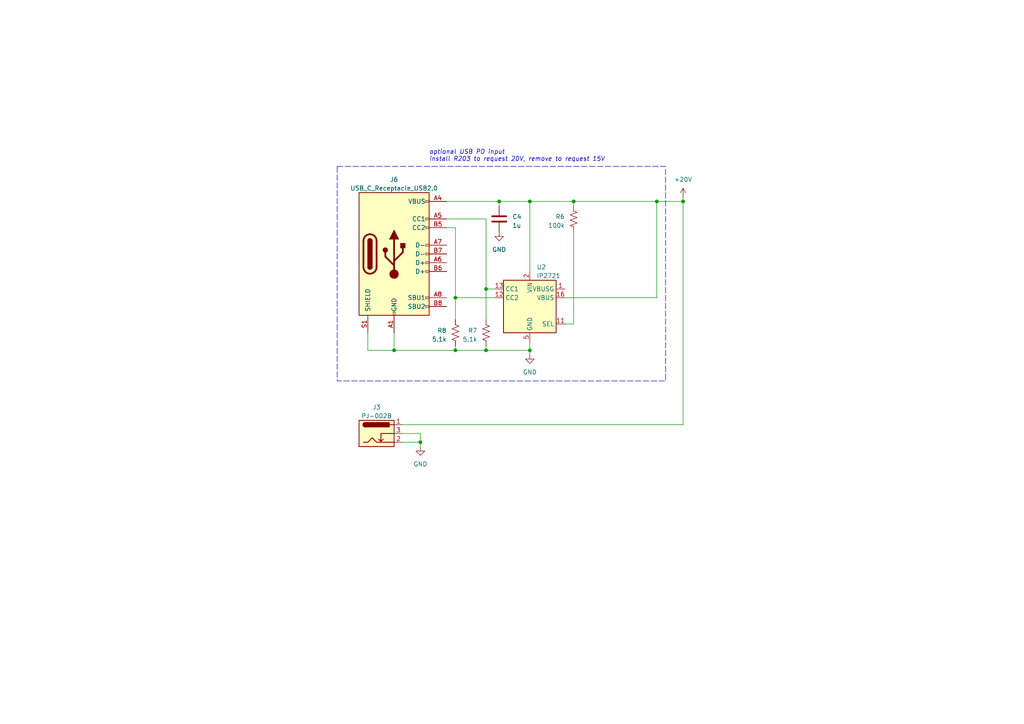
<source format=kicad_sch>
(kicad_sch
	(version 20231120)
	(generator "eeschema")
	(generator_version "8.0")
	(uuid "62756053-8f92-41aa-9a46-2fc6947760b2")
	(paper "A4")
	(lib_symbols
		(symbol "Connector:Barrel_Jack_Switch"
			(pin_names hide)
			(exclude_from_sim no)
			(in_bom yes)
			(on_board yes)
			(property "Reference" "J"
				(at 0 5.334 0)
				(effects
					(font
						(size 1.27 1.27)
					)
				)
			)
			(property "Value" "Barrel_Jack_Switch"
				(at 0 -5.08 0)
				(effects
					(font
						(size 1.27 1.27)
					)
				)
			)
			(property "Footprint" ""
				(at 1.27 -1.016 0)
				(effects
					(font
						(size 1.27 1.27)
					)
					(hide yes)
				)
			)
			(property "Datasheet" "~"
				(at 1.27 -1.016 0)
				(effects
					(font
						(size 1.27 1.27)
					)
					(hide yes)
				)
			)
			(property "Description" "DC Barrel Jack with an internal switch"
				(at 0 0 0)
				(effects
					(font
						(size 1.27 1.27)
					)
					(hide yes)
				)
			)
			(property "ki_keywords" "DC power barrel jack connector"
				(at 0 0 0)
				(effects
					(font
						(size 1.27 1.27)
					)
					(hide yes)
				)
			)
			(property "ki_fp_filters" "BarrelJack*"
				(at 0 0 0)
				(effects
					(font
						(size 1.27 1.27)
					)
					(hide yes)
				)
			)
			(symbol "Barrel_Jack_Switch_0_1"
				(rectangle
					(start -5.08 3.81)
					(end 5.08 -3.81)
					(stroke
						(width 0.254)
						(type default)
					)
					(fill
						(type background)
					)
				)
				(arc
					(start -3.302 3.175)
					(mid -3.9343 2.54)
					(end -3.302 1.905)
					(stroke
						(width 0.254)
						(type default)
					)
					(fill
						(type none)
					)
				)
				(arc
					(start -3.302 3.175)
					(mid -3.9343 2.54)
					(end -3.302 1.905)
					(stroke
						(width 0.254)
						(type default)
					)
					(fill
						(type outline)
					)
				)
				(polyline
					(pts
						(xy 1.27 -2.286) (xy 1.905 -1.651)
					)
					(stroke
						(width 0.254)
						(type default)
					)
					(fill
						(type none)
					)
				)
				(polyline
					(pts
						(xy 5.08 2.54) (xy 3.81 2.54)
					)
					(stroke
						(width 0.254)
						(type default)
					)
					(fill
						(type none)
					)
				)
				(polyline
					(pts
						(xy 5.08 0) (xy 1.27 0) (xy 1.27 -2.286) (xy 0.635 -1.651)
					)
					(stroke
						(width 0.254)
						(type default)
					)
					(fill
						(type none)
					)
				)
				(polyline
					(pts
						(xy -3.81 -2.54) (xy -2.54 -2.54) (xy -1.27 -1.27) (xy 0 -2.54) (xy 2.54 -2.54) (xy 5.08 -2.54)
					)
					(stroke
						(width 0.254)
						(type default)
					)
					(fill
						(type none)
					)
				)
				(rectangle
					(start 3.683 3.175)
					(end -3.302 1.905)
					(stroke
						(width 0.254)
						(type default)
					)
					(fill
						(type outline)
					)
				)
			)
			(symbol "Barrel_Jack_Switch_1_1"
				(pin passive line
					(at 7.62 2.54 180)
					(length 2.54)
					(name "~"
						(effects
							(font
								(size 1.27 1.27)
							)
						)
					)
					(number "1"
						(effects
							(font
								(size 1.27 1.27)
							)
						)
					)
				)
				(pin passive line
					(at 7.62 -2.54 180)
					(length 2.54)
					(name "~"
						(effects
							(font
								(size 1.27 1.27)
							)
						)
					)
					(number "2"
						(effects
							(font
								(size 1.27 1.27)
							)
						)
					)
				)
				(pin passive line
					(at 7.62 0 180)
					(length 2.54)
					(name "~"
						(effects
							(font
								(size 1.27 1.27)
							)
						)
					)
					(number "3"
						(effects
							(font
								(size 1.27 1.27)
							)
						)
					)
				)
			)
		)
		(symbol "Connector:USB_C_Receptacle_USB2.0"
			(pin_names
				(offset 1.016)
			)
			(exclude_from_sim no)
			(in_bom yes)
			(on_board yes)
			(property "Reference" "J"
				(at -10.16 19.05 0)
				(effects
					(font
						(size 1.27 1.27)
					)
					(justify left)
				)
			)
			(property "Value" "USB_C_Receptacle_USB2.0"
				(at 19.05 19.05 0)
				(effects
					(font
						(size 1.27 1.27)
					)
					(justify right)
				)
			)
			(property "Footprint" ""
				(at 3.81 0 0)
				(effects
					(font
						(size 1.27 1.27)
					)
					(hide yes)
				)
			)
			(property "Datasheet" "https://www.usb.org/sites/default/files/documents/usb_type-c.zip"
				(at 3.81 0 0)
				(effects
					(font
						(size 1.27 1.27)
					)
					(hide yes)
				)
			)
			(property "Description" "USB 2.0-only Type-C Receptacle connector"
				(at 0 0 0)
				(effects
					(font
						(size 1.27 1.27)
					)
					(hide yes)
				)
			)
			(property "ki_keywords" "usb universal serial bus type-C USB2.0"
				(at 0 0 0)
				(effects
					(font
						(size 1.27 1.27)
					)
					(hide yes)
				)
			)
			(property "ki_fp_filters" "USB*C*Receptacle*"
				(at 0 0 0)
				(effects
					(font
						(size 1.27 1.27)
					)
					(hide yes)
				)
			)
			(symbol "USB_C_Receptacle_USB2.0_0_0"
				(rectangle
					(start -0.254 -17.78)
					(end 0.254 -16.764)
					(stroke
						(width 0)
						(type default)
					)
					(fill
						(type none)
					)
				)
				(rectangle
					(start 10.16 -14.986)
					(end 9.144 -15.494)
					(stroke
						(width 0)
						(type default)
					)
					(fill
						(type none)
					)
				)
				(rectangle
					(start 10.16 -12.446)
					(end 9.144 -12.954)
					(stroke
						(width 0)
						(type default)
					)
					(fill
						(type none)
					)
				)
				(rectangle
					(start 10.16 -4.826)
					(end 9.144 -5.334)
					(stroke
						(width 0)
						(type default)
					)
					(fill
						(type none)
					)
				)
				(rectangle
					(start 10.16 -2.286)
					(end 9.144 -2.794)
					(stroke
						(width 0)
						(type default)
					)
					(fill
						(type none)
					)
				)
				(rectangle
					(start 10.16 0.254)
					(end 9.144 -0.254)
					(stroke
						(width 0)
						(type default)
					)
					(fill
						(type none)
					)
				)
				(rectangle
					(start 10.16 2.794)
					(end 9.144 2.286)
					(stroke
						(width 0)
						(type default)
					)
					(fill
						(type none)
					)
				)
				(rectangle
					(start 10.16 7.874)
					(end 9.144 7.366)
					(stroke
						(width 0)
						(type default)
					)
					(fill
						(type none)
					)
				)
				(rectangle
					(start 10.16 10.414)
					(end 9.144 9.906)
					(stroke
						(width 0)
						(type default)
					)
					(fill
						(type none)
					)
				)
				(rectangle
					(start 10.16 15.494)
					(end 9.144 14.986)
					(stroke
						(width 0)
						(type default)
					)
					(fill
						(type none)
					)
				)
			)
			(symbol "USB_C_Receptacle_USB2.0_0_1"
				(rectangle
					(start -10.16 17.78)
					(end 10.16 -17.78)
					(stroke
						(width 0.254)
						(type default)
					)
					(fill
						(type background)
					)
				)
				(arc
					(start -8.89 -3.81)
					(mid -6.985 -5.7067)
					(end -5.08 -3.81)
					(stroke
						(width 0.508)
						(type default)
					)
					(fill
						(type none)
					)
				)
				(arc
					(start -7.62 -3.81)
					(mid -6.985 -4.4423)
					(end -6.35 -3.81)
					(stroke
						(width 0.254)
						(type default)
					)
					(fill
						(type none)
					)
				)
				(arc
					(start -7.62 -3.81)
					(mid -6.985 -4.4423)
					(end -6.35 -3.81)
					(stroke
						(width 0.254)
						(type default)
					)
					(fill
						(type outline)
					)
				)
				(rectangle
					(start -7.62 -3.81)
					(end -6.35 3.81)
					(stroke
						(width 0.254)
						(type default)
					)
					(fill
						(type outline)
					)
				)
				(arc
					(start -6.35 3.81)
					(mid -6.985 4.4423)
					(end -7.62 3.81)
					(stroke
						(width 0.254)
						(type default)
					)
					(fill
						(type none)
					)
				)
				(arc
					(start -6.35 3.81)
					(mid -6.985 4.4423)
					(end -7.62 3.81)
					(stroke
						(width 0.254)
						(type default)
					)
					(fill
						(type outline)
					)
				)
				(arc
					(start -5.08 3.81)
					(mid -6.985 5.7067)
					(end -8.89 3.81)
					(stroke
						(width 0.508)
						(type default)
					)
					(fill
						(type none)
					)
				)
				(circle
					(center -2.54 1.143)
					(radius 0.635)
					(stroke
						(width 0.254)
						(type default)
					)
					(fill
						(type outline)
					)
				)
				(circle
					(center 0 -5.842)
					(radius 1.27)
					(stroke
						(width 0)
						(type default)
					)
					(fill
						(type outline)
					)
				)
				(polyline
					(pts
						(xy -8.89 -3.81) (xy -8.89 3.81)
					)
					(stroke
						(width 0.508)
						(type default)
					)
					(fill
						(type none)
					)
				)
				(polyline
					(pts
						(xy -5.08 3.81) (xy -5.08 -3.81)
					)
					(stroke
						(width 0.508)
						(type default)
					)
					(fill
						(type none)
					)
				)
				(polyline
					(pts
						(xy 0 -5.842) (xy 0 4.318)
					)
					(stroke
						(width 0.508)
						(type default)
					)
					(fill
						(type none)
					)
				)
				(polyline
					(pts
						(xy 0 -3.302) (xy -2.54 -0.762) (xy -2.54 0.508)
					)
					(stroke
						(width 0.508)
						(type default)
					)
					(fill
						(type none)
					)
				)
				(polyline
					(pts
						(xy 0 -2.032) (xy 2.54 0.508) (xy 2.54 1.778)
					)
					(stroke
						(width 0.508)
						(type default)
					)
					(fill
						(type none)
					)
				)
				(polyline
					(pts
						(xy -1.27 4.318) (xy 0 6.858) (xy 1.27 4.318) (xy -1.27 4.318)
					)
					(stroke
						(width 0.254)
						(type default)
					)
					(fill
						(type outline)
					)
				)
				(rectangle
					(start 1.905 1.778)
					(end 3.175 3.048)
					(stroke
						(width 0.254)
						(type default)
					)
					(fill
						(type outline)
					)
				)
			)
			(symbol "USB_C_Receptacle_USB2.0_1_1"
				(pin passive line
					(at 0 -22.86 90)
					(length 5.08)
					(name "GND"
						(effects
							(font
								(size 1.27 1.27)
							)
						)
					)
					(number "A1"
						(effects
							(font
								(size 1.27 1.27)
							)
						)
					)
				)
				(pin passive line
					(at 0 -22.86 90)
					(length 5.08) hide
					(name "GND"
						(effects
							(font
								(size 1.27 1.27)
							)
						)
					)
					(number "A12"
						(effects
							(font
								(size 1.27 1.27)
							)
						)
					)
				)
				(pin passive line
					(at 15.24 15.24 180)
					(length 5.08)
					(name "VBUS"
						(effects
							(font
								(size 1.27 1.27)
							)
						)
					)
					(number "A4"
						(effects
							(font
								(size 1.27 1.27)
							)
						)
					)
				)
				(pin bidirectional line
					(at 15.24 10.16 180)
					(length 5.08)
					(name "CC1"
						(effects
							(font
								(size 1.27 1.27)
							)
						)
					)
					(number "A5"
						(effects
							(font
								(size 1.27 1.27)
							)
						)
					)
				)
				(pin bidirectional line
					(at 15.24 -2.54 180)
					(length 5.08)
					(name "D+"
						(effects
							(font
								(size 1.27 1.27)
							)
						)
					)
					(number "A6"
						(effects
							(font
								(size 1.27 1.27)
							)
						)
					)
				)
				(pin bidirectional line
					(at 15.24 2.54 180)
					(length 5.08)
					(name "D-"
						(effects
							(font
								(size 1.27 1.27)
							)
						)
					)
					(number "A7"
						(effects
							(font
								(size 1.27 1.27)
							)
						)
					)
				)
				(pin bidirectional line
					(at 15.24 -12.7 180)
					(length 5.08)
					(name "SBU1"
						(effects
							(font
								(size 1.27 1.27)
							)
						)
					)
					(number "A8"
						(effects
							(font
								(size 1.27 1.27)
							)
						)
					)
				)
				(pin passive line
					(at 15.24 15.24 180)
					(length 5.08) hide
					(name "VBUS"
						(effects
							(font
								(size 1.27 1.27)
							)
						)
					)
					(number "A9"
						(effects
							(font
								(size 1.27 1.27)
							)
						)
					)
				)
				(pin passive line
					(at 0 -22.86 90)
					(length 5.08) hide
					(name "GND"
						(effects
							(font
								(size 1.27 1.27)
							)
						)
					)
					(number "B1"
						(effects
							(font
								(size 1.27 1.27)
							)
						)
					)
				)
				(pin passive line
					(at 0 -22.86 90)
					(length 5.08) hide
					(name "GND"
						(effects
							(font
								(size 1.27 1.27)
							)
						)
					)
					(number "B12"
						(effects
							(font
								(size 1.27 1.27)
							)
						)
					)
				)
				(pin passive line
					(at 15.24 15.24 180)
					(length 5.08) hide
					(name "VBUS"
						(effects
							(font
								(size 1.27 1.27)
							)
						)
					)
					(number "B4"
						(effects
							(font
								(size 1.27 1.27)
							)
						)
					)
				)
				(pin bidirectional line
					(at 15.24 7.62 180)
					(length 5.08)
					(name "CC2"
						(effects
							(font
								(size 1.27 1.27)
							)
						)
					)
					(number "B5"
						(effects
							(font
								(size 1.27 1.27)
							)
						)
					)
				)
				(pin bidirectional line
					(at 15.24 -5.08 180)
					(length 5.08)
					(name "D+"
						(effects
							(font
								(size 1.27 1.27)
							)
						)
					)
					(number "B6"
						(effects
							(font
								(size 1.27 1.27)
							)
						)
					)
				)
				(pin bidirectional line
					(at 15.24 0 180)
					(length 5.08)
					(name "D-"
						(effects
							(font
								(size 1.27 1.27)
							)
						)
					)
					(number "B7"
						(effects
							(font
								(size 1.27 1.27)
							)
						)
					)
				)
				(pin bidirectional line
					(at 15.24 -15.24 180)
					(length 5.08)
					(name "SBU2"
						(effects
							(font
								(size 1.27 1.27)
							)
						)
					)
					(number "B8"
						(effects
							(font
								(size 1.27 1.27)
							)
						)
					)
				)
				(pin passive line
					(at 15.24 15.24 180)
					(length 5.08) hide
					(name "VBUS"
						(effects
							(font
								(size 1.27 1.27)
							)
						)
					)
					(number "B9"
						(effects
							(font
								(size 1.27 1.27)
							)
						)
					)
				)
				(pin passive line
					(at -7.62 -22.86 90)
					(length 5.08)
					(name "SHIELD"
						(effects
							(font
								(size 1.27 1.27)
							)
						)
					)
					(number "S1"
						(effects
							(font
								(size 1.27 1.27)
							)
						)
					)
				)
			)
		)
		(symbol "Device:C"
			(pin_numbers hide)
			(pin_names
				(offset 0.254)
			)
			(exclude_from_sim no)
			(in_bom yes)
			(on_board yes)
			(property "Reference" "C"
				(at 0.635 2.54 0)
				(effects
					(font
						(size 1.27 1.27)
					)
					(justify left)
				)
			)
			(property "Value" "C"
				(at 0.635 -2.54 0)
				(effects
					(font
						(size 1.27 1.27)
					)
					(justify left)
				)
			)
			(property "Footprint" ""
				(at 0.9652 -3.81 0)
				(effects
					(font
						(size 1.27 1.27)
					)
					(hide yes)
				)
			)
			(property "Datasheet" "~"
				(at 0 0 0)
				(effects
					(font
						(size 1.27 1.27)
					)
					(hide yes)
				)
			)
			(property "Description" "Unpolarized capacitor"
				(at 0 0 0)
				(effects
					(font
						(size 1.27 1.27)
					)
					(hide yes)
				)
			)
			(property "ki_keywords" "cap capacitor"
				(at 0 0 0)
				(effects
					(font
						(size 1.27 1.27)
					)
					(hide yes)
				)
			)
			(property "ki_fp_filters" "C_*"
				(at 0 0 0)
				(effects
					(font
						(size 1.27 1.27)
					)
					(hide yes)
				)
			)
			(symbol "C_0_1"
				(polyline
					(pts
						(xy -2.032 -0.762) (xy 2.032 -0.762)
					)
					(stroke
						(width 0.508)
						(type default)
					)
					(fill
						(type none)
					)
				)
				(polyline
					(pts
						(xy -2.032 0.762) (xy 2.032 0.762)
					)
					(stroke
						(width 0.508)
						(type default)
					)
					(fill
						(type none)
					)
				)
			)
			(symbol "C_1_1"
				(pin passive line
					(at 0 3.81 270)
					(length 2.794)
					(name "~"
						(effects
							(font
								(size 1.27 1.27)
							)
						)
					)
					(number "1"
						(effects
							(font
								(size 1.27 1.27)
							)
						)
					)
				)
				(pin passive line
					(at 0 -3.81 90)
					(length 2.794)
					(name "~"
						(effects
							(font
								(size 1.27 1.27)
							)
						)
					)
					(number "2"
						(effects
							(font
								(size 1.27 1.27)
							)
						)
					)
				)
			)
		)
		(symbol "Device:R_US"
			(pin_numbers hide)
			(pin_names
				(offset 0)
			)
			(exclude_from_sim no)
			(in_bom yes)
			(on_board yes)
			(property "Reference" "R"
				(at 2.54 0 90)
				(effects
					(font
						(size 1.27 1.27)
					)
				)
			)
			(property "Value" "R_US"
				(at -2.54 0 90)
				(effects
					(font
						(size 1.27 1.27)
					)
				)
			)
			(property "Footprint" ""
				(at 1.016 -0.254 90)
				(effects
					(font
						(size 1.27 1.27)
					)
					(hide yes)
				)
			)
			(property "Datasheet" "~"
				(at 0 0 0)
				(effects
					(font
						(size 1.27 1.27)
					)
					(hide yes)
				)
			)
			(property "Description" "Resistor, US symbol"
				(at 0 0 0)
				(effects
					(font
						(size 1.27 1.27)
					)
					(hide yes)
				)
			)
			(property "ki_keywords" "R res resistor"
				(at 0 0 0)
				(effects
					(font
						(size 1.27 1.27)
					)
					(hide yes)
				)
			)
			(property "ki_fp_filters" "R_*"
				(at 0 0 0)
				(effects
					(font
						(size 1.27 1.27)
					)
					(hide yes)
				)
			)
			(symbol "R_US_0_1"
				(polyline
					(pts
						(xy 0 -2.286) (xy 0 -2.54)
					)
					(stroke
						(width 0)
						(type default)
					)
					(fill
						(type none)
					)
				)
				(polyline
					(pts
						(xy 0 2.286) (xy 0 2.54)
					)
					(stroke
						(width 0)
						(type default)
					)
					(fill
						(type none)
					)
				)
				(polyline
					(pts
						(xy 0 -0.762) (xy 1.016 -1.143) (xy 0 -1.524) (xy -1.016 -1.905) (xy 0 -2.286)
					)
					(stroke
						(width 0)
						(type default)
					)
					(fill
						(type none)
					)
				)
				(polyline
					(pts
						(xy 0 0.762) (xy 1.016 0.381) (xy 0 0) (xy -1.016 -0.381) (xy 0 -0.762)
					)
					(stroke
						(width 0)
						(type default)
					)
					(fill
						(type none)
					)
				)
				(polyline
					(pts
						(xy 0 2.286) (xy 1.016 1.905) (xy 0 1.524) (xy -1.016 1.143) (xy 0 0.762)
					)
					(stroke
						(width 0)
						(type default)
					)
					(fill
						(type none)
					)
				)
			)
			(symbol "R_US_1_1"
				(pin passive line
					(at 0 3.81 270)
					(length 1.27)
					(name "~"
						(effects
							(font
								(size 1.27 1.27)
							)
						)
					)
					(number "1"
						(effects
							(font
								(size 1.27 1.27)
							)
						)
					)
				)
				(pin passive line
					(at 0 -3.81 90)
					(length 1.27)
					(name "~"
						(effects
							(font
								(size 1.27 1.27)
							)
						)
					)
					(number "2"
						(effects
							(font
								(size 1.27 1.27)
							)
						)
					)
				)
			)
		)
		(symbol "Interface_USB:IP2721"
			(exclude_from_sim no)
			(in_bom yes)
			(on_board yes)
			(property "Reference" "U"
				(at 5.08 -10.16 0)
				(effects
					(font
						(size 1.27 1.27)
					)
				)
			)
			(property "Value" "IP2721"
				(at 7.62 -12.7 0)
				(effects
					(font
						(size 1.27 1.27)
					)
				)
			)
			(property "Footprint" "Package_SO:TSSOP-16_4.4x5mm_P0.65mm"
				(at 0 -20.32 0)
				(effects
					(font
						(size 1.27 1.27)
					)
					(hide yes)
				)
			)
			(property "Datasheet" "https://datasheet.lcsc.com/lcsc/2006111335_INJOINIC-IP2721_C603176.pdf"
				(at 0 0 0)
				(effects
					(font
						(size 1.27 1.27)
					)
					(hide yes)
				)
			)
			(property "Description" "USB TYPEC  PD Controller Interface, TSSOP-16"
				(at 0 0 0)
				(effects
					(font
						(size 1.27 1.27)
					)
					(hide yes)
				)
			)
			(property "ki_keywords" "USB TYPEC PD"
				(at 0 0 0)
				(effects
					(font
						(size 1.27 1.27)
					)
					(hide yes)
				)
			)
			(property "ki_fp_filters" "TSSOP*16*4.4x5mm*P0.65mm*"
				(at 0 0 0)
				(effects
					(font
						(size 1.27 1.27)
					)
					(hide yes)
				)
			)
			(symbol "IP2721_0_1"
				(rectangle
					(start -7.62 7.62)
					(end 7.62 -7.62)
					(stroke
						(width 0.254)
						(type default)
					)
					(fill
						(type background)
					)
				)
			)
			(symbol "IP2721_1_1"
				(pin output line
					(at 10.16 5.08 180)
					(length 2.54)
					(name "VBUSG"
						(effects
							(font
								(size 1.27 1.27)
							)
						)
					)
					(number "1"
						(effects
							(font
								(size 1.27 1.27)
							)
						)
					)
				)
				(pin no_connect line
					(at -2.54 -7.62 90)
					(length 2.54) hide
					(name "NC"
						(effects
							(font
								(size 1.27 1.27)
							)
						)
					)
					(number "10"
						(effects
							(font
								(size 1.27 1.27)
							)
						)
					)
				)
				(pin input line
					(at 10.16 -5.08 180)
					(length 2.54)
					(name "SEL"
						(effects
							(font
								(size 1.27 1.27)
							)
						)
					)
					(number "11"
						(effects
							(font
								(size 1.27 1.27)
							)
						)
					)
				)
				(pin bidirectional line
					(at -10.16 2.54 0)
					(length 2.54)
					(name "CC2"
						(effects
							(font
								(size 1.27 1.27)
							)
						)
					)
					(number "12"
						(effects
							(font
								(size 1.27 1.27)
							)
						)
					)
				)
				(pin bidirectional line
					(at -10.16 5.08 0)
					(length 2.54)
					(name "CC1"
						(effects
							(font
								(size 1.27 1.27)
							)
						)
					)
					(number "13"
						(effects
							(font
								(size 1.27 1.27)
							)
						)
					)
				)
				(pin no_connect line
					(at 2.54 -7.62 90)
					(length 2.54) hide
					(name "NC"
						(effects
							(font
								(size 1.27 1.27)
							)
						)
					)
					(number "14"
						(effects
							(font
								(size 1.27 1.27)
							)
						)
					)
				)
				(pin no_connect line
					(at 5.08 -7.62 90)
					(length 2.54) hide
					(name "NC"
						(effects
							(font
								(size 1.27 1.27)
							)
						)
					)
					(number "15"
						(effects
							(font
								(size 1.27 1.27)
							)
						)
					)
				)
				(pin input line
					(at 10.16 2.54 180)
					(length 2.54)
					(name "VBUS"
						(effects
							(font
								(size 1.27 1.27)
							)
						)
					)
					(number "16"
						(effects
							(font
								(size 1.27 1.27)
							)
						)
					)
				)
				(pin power_in line
					(at 0 10.16 270)
					(length 2.54)
					(name "VIN"
						(effects
							(font
								(size 1.27 1.27)
							)
						)
					)
					(number "2"
						(effects
							(font
								(size 1.27 1.27)
							)
						)
					)
				)
				(pin no_connect line
					(at -5.08 7.62 270)
					(length 2.54) hide
					(name "NC"
						(effects
							(font
								(size 1.27 1.27)
							)
						)
					)
					(number "3"
						(effects
							(font
								(size 1.27 1.27)
							)
						)
					)
				)
				(pin no_connect line
					(at -7.62 -2.54 0)
					(length 2.54) hide
					(name "NC"
						(effects
							(font
								(size 1.27 1.27)
							)
						)
					)
					(number "4"
						(effects
							(font
								(size 1.27 1.27)
							)
						)
					)
				)
				(pin power_in line
					(at 0 -10.16 90)
					(length 2.54)
					(name "GND"
						(effects
							(font
								(size 1.27 1.27)
							)
						)
					)
					(number "5"
						(effects
							(font
								(size 1.27 1.27)
							)
						)
					)
				)
				(pin no_connect line
					(at -2.54 7.62 270)
					(length 2.54) hide
					(name "NC"
						(effects
							(font
								(size 1.27 1.27)
							)
						)
					)
					(number "6"
						(effects
							(font
								(size 1.27 1.27)
							)
						)
					)
				)
				(pin no_connect line
					(at 2.54 7.62 90)
					(length 2.54) hide
					(name "NC"
						(effects
							(font
								(size 1.27 1.27)
							)
						)
					)
					(number "7"
						(effects
							(font
								(size 1.27 1.27)
							)
						)
					)
				)
				(pin no_connect line
					(at 5.08 7.62 90)
					(length 2.54) hide
					(name "NC"
						(effects
							(font
								(size 1.27 1.27)
							)
						)
					)
					(number "8"
						(effects
							(font
								(size 1.27 1.27)
							)
						)
					)
				)
				(pin no_connect line
					(at -5.08 -7.62 90)
					(length 2.54) hide
					(name "NC"
						(effects
							(font
								(size 1.27 1.27)
							)
						)
					)
					(number "9"
						(effects
							(font
								(size 1.27 1.27)
							)
						)
					)
				)
			)
		)
		(symbol "power:+24V"
			(power)
			(pin_numbers hide)
			(pin_names
				(offset 0) hide)
			(exclude_from_sim no)
			(in_bom yes)
			(on_board yes)
			(property "Reference" "#PWR"
				(at 0 -3.81 0)
				(effects
					(font
						(size 1.27 1.27)
					)
					(hide yes)
				)
			)
			(property "Value" "+24V"
				(at 0 3.556 0)
				(effects
					(font
						(size 1.27 1.27)
					)
				)
			)
			(property "Footprint" ""
				(at 0 0 0)
				(effects
					(font
						(size 1.27 1.27)
					)
					(hide yes)
				)
			)
			(property "Datasheet" ""
				(at 0 0 0)
				(effects
					(font
						(size 1.27 1.27)
					)
					(hide yes)
				)
			)
			(property "Description" "Power symbol creates a global label with name \"+24V\""
				(at 0 0 0)
				(effects
					(font
						(size 1.27 1.27)
					)
					(hide yes)
				)
			)
			(property "ki_keywords" "global power"
				(at 0 0 0)
				(effects
					(font
						(size 1.27 1.27)
					)
					(hide yes)
				)
			)
			(symbol "+24V_0_1"
				(polyline
					(pts
						(xy -0.762 1.27) (xy 0 2.54)
					)
					(stroke
						(width 0)
						(type default)
					)
					(fill
						(type none)
					)
				)
				(polyline
					(pts
						(xy 0 0) (xy 0 2.54)
					)
					(stroke
						(width 0)
						(type default)
					)
					(fill
						(type none)
					)
				)
				(polyline
					(pts
						(xy 0 2.54) (xy 0.762 1.27)
					)
					(stroke
						(width 0)
						(type default)
					)
					(fill
						(type none)
					)
				)
			)
			(symbol "+24V_1_1"
				(pin power_in line
					(at 0 0 90)
					(length 0)
					(name "~"
						(effects
							(font
								(size 1.27 1.27)
							)
						)
					)
					(number "1"
						(effects
							(font
								(size 1.27 1.27)
							)
						)
					)
				)
			)
		)
		(symbol "power:GND"
			(power)
			(pin_names
				(offset 0)
			)
			(exclude_from_sim no)
			(in_bom yes)
			(on_board yes)
			(property "Reference" "#PWR"
				(at 0 -6.35 0)
				(effects
					(font
						(size 1.27 1.27)
					)
					(hide yes)
				)
			)
			(property "Value" "GND"
				(at 0 -3.81 0)
				(effects
					(font
						(size 1.27 1.27)
					)
				)
			)
			(property "Footprint" ""
				(at 0 0 0)
				(effects
					(font
						(size 1.27 1.27)
					)
					(hide yes)
				)
			)
			(property "Datasheet" ""
				(at 0 0 0)
				(effects
					(font
						(size 1.27 1.27)
					)
					(hide yes)
				)
			)
			(property "Description" "Power symbol creates a global label with name \"GND\" , ground"
				(at 0 0 0)
				(effects
					(font
						(size 1.27 1.27)
					)
					(hide yes)
				)
			)
			(property "ki_keywords" "global power"
				(at 0 0 0)
				(effects
					(font
						(size 1.27 1.27)
					)
					(hide yes)
				)
			)
			(symbol "GND_0_1"
				(polyline
					(pts
						(xy 0 0) (xy 0 -1.27) (xy 1.27 -1.27) (xy 0 -2.54) (xy -1.27 -1.27) (xy 0 -1.27)
					)
					(stroke
						(width 0)
						(type default)
					)
					(fill
						(type none)
					)
				)
			)
			(symbol "GND_1_1"
				(pin power_in line
					(at 0 0 270)
					(length 0) hide
					(name "GND"
						(effects
							(font
								(size 1.27 1.27)
							)
						)
					)
					(number "1"
						(effects
							(font
								(size 1.27 1.27)
							)
						)
					)
				)
			)
		)
	)
	(junction
		(at 132.08 86.36)
		(diameter 0)
		(color 0 0 0 0)
		(uuid "270291f4-0d0d-457a-9bbd-5ec0da387111")
	)
	(junction
		(at 121.92 128.27)
		(diameter 0)
		(color 0 0 0 0)
		(uuid "281448b9-27f8-438f-b156-67efa9ec5582")
	)
	(junction
		(at 190.5 58.42)
		(diameter 0)
		(color 0 0 0 0)
		(uuid "58b03b9a-166b-4b27-928a-77a8793bbb66")
	)
	(junction
		(at 132.08 101.6)
		(diameter 0)
		(color 0 0 0 0)
		(uuid "6048bd87-edc4-4e1a-88c6-9d59e56a960a")
	)
	(junction
		(at 153.67 58.42)
		(diameter 0)
		(color 0 0 0 0)
		(uuid "6df2c057-2c69-4d16-9e39-c5573a06bffe")
	)
	(junction
		(at 198.12 58.42)
		(diameter 0)
		(color 0 0 0 0)
		(uuid "8911d8ee-8f6d-4446-9e8a-76729f48c42a")
	)
	(junction
		(at 166.37 58.42)
		(diameter 0)
		(color 0 0 0 0)
		(uuid "954ffaa7-5a72-4251-b8d8-dbfeb189c7c8")
	)
	(junction
		(at 140.97 101.6)
		(diameter 0)
		(color 0 0 0 0)
		(uuid "a9c38d1f-ac37-4243-bc9b-d8b995cf7eae")
	)
	(junction
		(at 153.67 101.6)
		(diameter 0)
		(color 0 0 0 0)
		(uuid "bc0baf35-fb55-4abb-bbf7-50992592dd21")
	)
	(junction
		(at 114.3 101.6)
		(diameter 0)
		(color 0 0 0 0)
		(uuid "c6af0049-4223-4859-a76b-87877a2b1d31")
	)
	(junction
		(at 140.97 83.82)
		(diameter 0)
		(color 0 0 0 0)
		(uuid "cc9d0e1e-d00c-4ba0-8dc0-d750e4de6510")
	)
	(junction
		(at 144.78 58.42)
		(diameter 0)
		(color 0 0 0 0)
		(uuid "fac69fba-d407-43e8-90f8-b6f43f24f576")
	)
	(wire
		(pts
			(xy 140.97 100.33) (xy 140.97 101.6)
		)
		(stroke
			(width 0)
			(type default)
		)
		(uuid "02801d47-2f2a-4eea-ac65-1de30ee2abe2")
	)
	(wire
		(pts
			(xy 132.08 101.6) (xy 132.08 100.33)
		)
		(stroke
			(width 0)
			(type default)
		)
		(uuid "068f3a7d-c74c-4f53-bef0-d6f8f1d29284")
	)
	(wire
		(pts
			(xy 114.3 101.6) (xy 106.68 101.6)
		)
		(stroke
			(width 0)
			(type default)
		)
		(uuid "0aa8fb17-5914-4a0e-9d42-9c0124215e89")
	)
	(wire
		(pts
			(xy 132.08 101.6) (xy 140.97 101.6)
		)
		(stroke
			(width 0)
			(type default)
		)
		(uuid "0cd17908-32cd-42e0-a885-2fe9eb767755")
	)
	(wire
		(pts
			(xy 198.12 57.15) (xy 198.12 58.42)
		)
		(stroke
			(width 0)
			(type default)
		)
		(uuid "110d2919-35b0-47c9-83a9-f736daa48227")
	)
	(wire
		(pts
			(xy 140.97 83.82) (xy 140.97 92.71)
		)
		(stroke
			(width 0)
			(type default)
		)
		(uuid "111e086f-dfcd-4f7a-9fce-760f781a06e7")
	)
	(wire
		(pts
			(xy 166.37 58.42) (xy 190.5 58.42)
		)
		(stroke
			(width 0)
			(type default)
		)
		(uuid "20f44743-bd73-4160-9feb-fc606f104ad4")
	)
	(wire
		(pts
			(xy 140.97 101.6) (xy 153.67 101.6)
		)
		(stroke
			(width 0)
			(type default)
		)
		(uuid "2258fc11-36de-43cf-9ef0-8c53264fb1c9")
	)
	(wire
		(pts
			(xy 129.54 58.42) (xy 144.78 58.42)
		)
		(stroke
			(width 0)
			(type default)
		)
		(uuid "2b56a4e5-eece-4713-aca8-ffdfba031c47")
	)
	(wire
		(pts
			(xy 190.5 86.36) (xy 163.83 86.36)
		)
		(stroke
			(width 0)
			(type default)
		)
		(uuid "395d47ca-c94d-4db3-bf15-ca01d39acb90")
	)
	(wire
		(pts
			(xy 121.92 125.73) (xy 121.92 128.27)
		)
		(stroke
			(width 0)
			(type default)
		)
		(uuid "3b0bd82d-02c1-44c0-9985-f8fdde975f02")
	)
	(wire
		(pts
			(xy 121.92 128.27) (xy 121.92 129.54)
		)
		(stroke
			(width 0)
			(type default)
		)
		(uuid "3fd4f179-5890-41f3-9c3f-0dbab0d330ed")
	)
	(wire
		(pts
			(xy 144.78 58.42) (xy 144.78 59.69)
		)
		(stroke
			(width 0)
			(type default)
		)
		(uuid "479f22bb-885c-4d6e-aa62-bd0b19b4d850")
	)
	(wire
		(pts
			(xy 190.5 58.42) (xy 198.12 58.42)
		)
		(stroke
			(width 0)
			(type default)
		)
		(uuid "4bb22ca3-e46d-4984-b4d4-84df9444ed2f")
	)
	(wire
		(pts
			(xy 153.67 99.06) (xy 153.67 101.6)
		)
		(stroke
			(width 0)
			(type default)
		)
		(uuid "4d90022b-ea1a-4307-b87b-9054ac723118")
	)
	(wire
		(pts
			(xy 106.68 101.6) (xy 106.68 96.52)
		)
		(stroke
			(width 0)
			(type default)
		)
		(uuid "56505e59-aef8-4e35-b733-8a45ff449730")
	)
	(wire
		(pts
			(xy 114.3 101.6) (xy 132.08 101.6)
		)
		(stroke
			(width 0)
			(type default)
		)
		(uuid "5733b790-7149-4d5d-a39a-398ce67eaac5")
	)
	(wire
		(pts
			(xy 129.54 63.5) (xy 140.97 63.5)
		)
		(stroke
			(width 0)
			(type default)
		)
		(uuid "6192f2bc-a12c-4591-8747-5b0229334dea")
	)
	(wire
		(pts
			(xy 153.67 58.42) (xy 166.37 58.42)
		)
		(stroke
			(width 0)
			(type default)
		)
		(uuid "695e307f-6ef0-4267-a74e-db8ecc34467f")
	)
	(wire
		(pts
			(xy 121.92 128.27) (xy 116.84 128.27)
		)
		(stroke
			(width 0)
			(type default)
		)
		(uuid "6d0b79e2-0bce-459f-b82a-672dbb27690c")
	)
	(wire
		(pts
			(xy 116.84 125.73) (xy 121.92 125.73)
		)
		(stroke
			(width 0)
			(type default)
		)
		(uuid "7453bc80-7e3e-4494-9532-098e8c1e0164")
	)
	(wire
		(pts
			(xy 116.84 123.19) (xy 198.12 123.19)
		)
		(stroke
			(width 0)
			(type default)
		)
		(uuid "7818a50e-154e-4c66-a3ae-449d34a8f51c")
	)
	(wire
		(pts
			(xy 190.5 58.42) (xy 190.5 86.36)
		)
		(stroke
			(width 0)
			(type default)
		)
		(uuid "86228951-3c59-487f-9c08-5c3896626563")
	)
	(wire
		(pts
			(xy 198.12 123.19) (xy 198.12 58.42)
		)
		(stroke
			(width 0)
			(type default)
		)
		(uuid "9a71e2d2-56e0-47f0-97a2-a241501d81d3")
	)
	(wire
		(pts
			(xy 132.08 66.04) (xy 129.54 66.04)
		)
		(stroke
			(width 0)
			(type default)
		)
		(uuid "9da1e92f-ab5a-4d4c-be7b-83a10d889807")
	)
	(wire
		(pts
			(xy 153.67 102.87) (xy 153.67 101.6)
		)
		(stroke
			(width 0)
			(type default)
		)
		(uuid "9f483dd4-abe5-4757-bab1-f6775ef60914")
	)
	(wire
		(pts
			(xy 114.3 96.52) (xy 114.3 101.6)
		)
		(stroke
			(width 0)
			(type default)
		)
		(uuid "a945dfc7-4afe-4649-afc9-f39a83fcc1fa")
	)
	(wire
		(pts
			(xy 140.97 83.82) (xy 143.51 83.82)
		)
		(stroke
			(width 0)
			(type default)
		)
		(uuid "aec540c0-9c10-4790-b113-efcdd5f2de42")
	)
	(wire
		(pts
			(xy 166.37 93.98) (xy 166.37 67.31)
		)
		(stroke
			(width 0)
			(type default)
		)
		(uuid "b27f6613-6268-4004-a785-6ced1dbe4f5a")
	)
	(wire
		(pts
			(xy 144.78 58.42) (xy 153.67 58.42)
		)
		(stroke
			(width 0)
			(type default)
		)
		(uuid "bbf9caed-2d56-4397-bacb-88ee8c6b00ce")
	)
	(wire
		(pts
			(xy 153.67 58.42) (xy 153.67 78.74)
		)
		(stroke
			(width 0)
			(type default)
		)
		(uuid "c3f9c830-af10-48ba-b586-06283ce06c6f")
	)
	(wire
		(pts
			(xy 163.83 93.98) (xy 166.37 93.98)
		)
		(stroke
			(width 0)
			(type default)
		)
		(uuid "c8b5a00d-73a2-4ba1-86cb-6fc9d2b3cf43")
	)
	(wire
		(pts
			(xy 132.08 86.36) (xy 132.08 66.04)
		)
		(stroke
			(width 0)
			(type default)
		)
		(uuid "d893330b-167a-45d5-ab9f-5507517135c4")
	)
	(wire
		(pts
			(xy 140.97 63.5) (xy 140.97 83.82)
		)
		(stroke
			(width 0)
			(type default)
		)
		(uuid "eac73d06-86fb-4c33-b93c-a3ba2dd43f2b")
	)
	(wire
		(pts
			(xy 166.37 58.42) (xy 166.37 59.69)
		)
		(stroke
			(width 0)
			(type default)
		)
		(uuid "ef8ef2ed-db81-4ae0-bac8-b6bf5b329ea5")
	)
	(wire
		(pts
			(xy 132.08 92.71) (xy 132.08 86.36)
		)
		(stroke
			(width 0)
			(type default)
		)
		(uuid "f4aa2fd2-219e-44dd-a1f1-04c91fdb52fb")
	)
	(wire
		(pts
			(xy 132.08 86.36) (xy 143.51 86.36)
		)
		(stroke
			(width 0)
			(type default)
		)
		(uuid "fe353aeb-c528-4ba3-9f47-1d74a878189a")
	)
	(rectangle
		(start 97.79 48.26)
		(end 193.04 110.49)
		(stroke
			(width 0)
			(type dash)
		)
		(fill
			(type none)
		)
		(uuid 796311aa-81ec-4ccf-97e8-7b7105dbed67)
	)
	(text "optional USB PD input\ninstall R203 to request 20V, remove to request 15V"
		(exclude_from_sim no)
		(at 124.46 46.99 0)
		(effects
			(font
				(size 1.27 1.27)
				(italic yes)
			)
			(justify left bottom)
		)
		(uuid "a2ec0c3b-4340-4245-964d-58bde42e7104")
	)
	(symbol
		(lib_id "Connector:USB_C_Receptacle_USB2.0")
		(at 114.3 73.66 0)
		(unit 1)
		(exclude_from_sim no)
		(in_bom yes)
		(on_board yes)
		(dnp no)
		(fields_autoplaced yes)
		(uuid "107647f0-3a1e-4e1b-a4f0-102a5ee7494b")
		(property "Reference" "J6"
			(at 114.3 52.07 0)
			(effects
				(font
					(size 1.27 1.27)
				)
			)
		)
		(property "Value" "USB_C_Receptacle_USB2.0"
			(at 114.3 54.61 0)
			(effects
				(font
					(size 1.27 1.27)
				)
			)
		)
		(property "Footprint" "Connector_USB:USB_C_Receptacle_GCT_USB4105-xx-A_16P_TopMnt_Horizontal"
			(at 118.11 73.66 0)
			(effects
				(font
					(size 1.27 1.27)
				)
				(hide yes)
			)
		)
		(property "Datasheet" "https://www.usb.org/sites/default/files/documents/usb_type-c.zip"
			(at 118.11 73.66 0)
			(effects
				(font
					(size 1.27 1.27)
				)
				(hide yes)
			)
		)
		(property "Description" ""
			(at 114.3 73.66 0)
			(effects
				(font
					(size 1.27 1.27)
				)
				(hide yes)
			)
		)
		(property "Note" ""
			(at 114.3 73.66 0)
			(effects
				(font
					(size 1.27 1.27)
				)
				(hide yes)
			)
		)
		(property "MPN" "USB4105-GF-A"
			(at 114.3 73.66 0)
			(effects
				(font
					(size 1.27 1.27)
				)
				(hide yes)
			)
		)
		(property "Sim.Enable" ""
			(at 114.3 73.66 0)
			(effects
				(font
					(size 1.27 1.27)
				)
				(hide yes)
			)
		)
		(pin "A1"
			(uuid "51c08171-2769-480d-be85-c1fc5919579e")
		)
		(pin "A12"
			(uuid "e2e11ddf-0a78-4d25-99eb-9369e5aad2c1")
		)
		(pin "A4"
			(uuid "bf37ba3a-6e96-49c5-9eb8-4e46ff527869")
		)
		(pin "A5"
			(uuid "80e85838-4cb6-4f22-9baa-b53a8bc8f027")
		)
		(pin "A6"
			(uuid "eae67e7b-5c15-4366-b5d9-95a596904217")
		)
		(pin "A7"
			(uuid "bc92fe45-2eea-4170-b124-241775071eba")
		)
		(pin "A8"
			(uuid "266f7880-b855-4f70-95c1-4a6fd7dc16b1")
		)
		(pin "A9"
			(uuid "c7518eb2-872a-43b2-993b-6bdd35b06b84")
		)
		(pin "B1"
			(uuid "e8dcba18-6f86-46ea-b459-b2384739ccca")
		)
		(pin "B12"
			(uuid "82303066-55b5-42bf-863d-8a75eeefb05c")
		)
		(pin "B4"
			(uuid "061d1dd1-74e6-414d-ae80-4f7e14af3fd6")
		)
		(pin "B5"
			(uuid "981e0fab-415a-443f-afcc-09d70a72ff44")
		)
		(pin "B6"
			(uuid "d62feda3-d974-40f7-a728-a1cd8e14e1c0")
		)
		(pin "B7"
			(uuid "9867d71d-eb63-43fa-a86b-750e61324f67")
		)
		(pin "B8"
			(uuid "b27e096e-8d2d-4652-98e0-eb8a498fedab")
		)
		(pin "B9"
			(uuid "6d3ddbf2-c918-45cf-9b46-870ef482eca0")
		)
		(pin "S1"
			(uuid "c28902ec-ebac-48ca-96fd-0ff5404ca429")
		)
		(instances
			(project "boostdriver-al8853"
				(path "/00727dd6-05dc-45da-8b8a-290f08de5929"
					(reference "J6")
					(unit 1)
				)
				(path "/00727dd6-05dc-45da-8b8a-290f08de5929/3744c170-bbff-4e9f-bb30-8b581ef6d196"
					(reference "J202")
					(unit 1)
				)
			)
			(project "backlight"
				(path "/63cba488-b124-45a5-8c04-7c074fb2a8aa/afcc1f7d-e242-43c5-82be-e1054f4bb4ab"
					(reference "J6")
					(unit 1)
				)
			)
		)
	)
	(symbol
		(lib_id "power:GND")
		(at 144.78 67.31 0)
		(unit 1)
		(exclude_from_sim no)
		(in_bom yes)
		(on_board yes)
		(dnp no)
		(fields_autoplaced yes)
		(uuid "1a8b9e5f-ad01-4a8b-a086-c981e6fb077e")
		(property "Reference" "#PWR09"
			(at 144.78 73.66 0)
			(effects
				(font
					(size 1.27 1.27)
				)
				(hide yes)
			)
		)
		(property "Value" "GND"
			(at 144.78 72.39 0)
			(effects
				(font
					(size 1.27 1.27)
				)
			)
		)
		(property "Footprint" ""
			(at 144.78 67.31 0)
			(effects
				(font
					(size 1.27 1.27)
				)
				(hide yes)
			)
		)
		(property "Datasheet" ""
			(at 144.78 67.31 0)
			(effects
				(font
					(size 1.27 1.27)
				)
				(hide yes)
			)
		)
		(property "Description" ""
			(at 144.78 67.31 0)
			(effects
				(font
					(size 1.27 1.27)
				)
				(hide yes)
			)
		)
		(pin "1"
			(uuid "efcc2c05-6be4-456d-8a93-2f62f2bde7f5")
		)
		(instances
			(project "boostdriver-al8853"
				(path "/00727dd6-05dc-45da-8b8a-290f08de5929"
					(reference "#PWR09")
					(unit 1)
				)
				(path "/00727dd6-05dc-45da-8b8a-290f08de5929/3744c170-bbff-4e9f-bb30-8b581ef6d196"
					(reference "#PWR0202")
					(unit 1)
				)
			)
			(project "backlight"
				(path "/63cba488-b124-45a5-8c04-7c074fb2a8aa/afcc1f7d-e242-43c5-82be-e1054f4bb4ab"
					(reference "#PWR09")
					(unit 1)
				)
			)
		)
	)
	(symbol
		(lib_id "power:+24V")
		(at 198.12 57.15 0)
		(unit 1)
		(exclude_from_sim no)
		(in_bom yes)
		(on_board yes)
		(dnp no)
		(fields_autoplaced yes)
		(uuid "27bc65f9-72eb-4896-b396-78b1b909bff9")
		(property "Reference" "#PWR03"
			(at 198.12 60.96 0)
			(effects
				(font
					(size 1.27 1.27)
				)
				(hide yes)
			)
		)
		(property "Value" "+20V"
			(at 198.12 52.07 0)
			(effects
				(font
					(size 1.27 1.27)
				)
			)
		)
		(property "Footprint" ""
			(at 198.12 57.15 0)
			(effects
				(font
					(size 1.27 1.27)
				)
				(hide yes)
			)
		)
		(property "Datasheet" ""
			(at 198.12 57.15 0)
			(effects
				(font
					(size 1.27 1.27)
				)
				(hide yes)
			)
		)
		(property "Description" "Power symbol creates a global label with name \"+24V\""
			(at 198.12 57.15 0)
			(effects
				(font
					(size 1.27 1.27)
				)
				(hide yes)
			)
		)
		(pin "1"
			(uuid "07e5facb-d83a-4196-9567-445dfbd1699b")
		)
		(instances
			(project "backlight"
				(path "/63cba488-b124-45a5-8c04-7c074fb2a8aa/afcc1f7d-e242-43c5-82be-e1054f4bb4ab"
					(reference "#PWR03")
					(unit 1)
				)
			)
		)
	)
	(symbol
		(lib_id "Device:R_US")
		(at 140.97 96.52 0)
		(unit 1)
		(exclude_from_sim no)
		(in_bom yes)
		(on_board yes)
		(dnp no)
		(uuid "3c84289c-f62a-4d78-8169-0d651791e9d4")
		(property "Reference" "R7"
			(at 138.43 95.885 0)
			(effects
				(font
					(size 1.27 1.27)
				)
				(justify right)
			)
		)
		(property "Value" "5.1k"
			(at 138.43 98.425 0)
			(effects
				(font
					(size 1.27 1.27)
				)
				(justify right)
			)
		)
		(property "Footprint" "Resistor_SMD:R_0603_1608Metric"
			(at 141.986 96.774 90)
			(effects
				(font
					(size 1.27 1.27)
				)
				(hide yes)
			)
		)
		(property "Datasheet" "~"
			(at 140.97 96.52 0)
			(effects
				(font
					(size 1.27 1.27)
				)
				(hide yes)
			)
		)
		(property "Description" ""
			(at 140.97 96.52 0)
			(effects
				(font
					(size 1.27 1.27)
				)
				(hide yes)
			)
		)
		(property "Note" "1%"
			(at 140.97 96.52 0)
			(effects
				(font
					(size 1.27 1.27)
				)
				(hide yes)
			)
		)
		(property "MPN" "Generic 5.1KOhm 0603 5%"
			(at 140.97 96.52 0)
			(effects
				(font
					(size 1.27 1.27)
				)
				(hide yes)
			)
		)
		(property "Sim.Enable" ""
			(at 140.97 96.52 0)
			(effects
				(font
					(size 1.27 1.27)
				)
				(hide yes)
			)
		)
		(pin "1"
			(uuid "db14b0f4-4e39-4de9-990b-d00cc52b7de1")
		)
		(pin "2"
			(uuid "f46e29aa-5ac9-4ea3-9412-4c8208466b9e")
		)
		(instances
			(project "boostdriver-al8853"
				(path "/00727dd6-05dc-45da-8b8a-290f08de5929"
					(reference "R7")
					(unit 1)
				)
				(path "/00727dd6-05dc-45da-8b8a-290f08de5929/3744c170-bbff-4e9f-bb30-8b581ef6d196"
					(reference "R202")
					(unit 1)
				)
			)
			(project "backlight"
				(path "/63cba488-b124-45a5-8c04-7c074fb2a8aa/afcc1f7d-e242-43c5-82be-e1054f4bb4ab"
					(reference "R7")
					(unit 1)
				)
			)
		)
	)
	(symbol
		(lib_id "power:GND")
		(at 121.92 129.54 0)
		(unit 1)
		(exclude_from_sim no)
		(in_bom yes)
		(on_board yes)
		(dnp no)
		(fields_autoplaced yes)
		(uuid "422d64af-e67c-401b-8755-2b53c0c73f81")
		(property "Reference" "#PWR06"
			(at 121.92 135.89 0)
			(effects
				(font
					(size 1.27 1.27)
				)
				(hide yes)
			)
		)
		(property "Value" "GND"
			(at 121.92 134.62 0)
			(effects
				(font
					(size 1.27 1.27)
				)
			)
		)
		(property "Footprint" ""
			(at 121.92 129.54 0)
			(effects
				(font
					(size 1.27 1.27)
				)
				(hide yes)
			)
		)
		(property "Datasheet" ""
			(at 121.92 129.54 0)
			(effects
				(font
					(size 1.27 1.27)
				)
				(hide yes)
			)
		)
		(property "Description" ""
			(at 121.92 129.54 0)
			(effects
				(font
					(size 1.27 1.27)
				)
				(hide yes)
			)
		)
		(pin "1"
			(uuid "8a6f078f-f7c6-4ab4-9eac-eec5a822943e")
		)
		(instances
			(project "boostdriver-al8853"
				(path "/00727dd6-05dc-45da-8b8a-290f08de5929"
					(reference "#PWR06")
					(unit 1)
				)
				(path "/00727dd6-05dc-45da-8b8a-290f08de5929/3744c170-bbff-4e9f-bb30-8b581ef6d196"
					(reference "#PWR0201")
					(unit 1)
				)
			)
			(project "backlight"
				(path "/63cba488-b124-45a5-8c04-7c074fb2a8aa/afcc1f7d-e242-43c5-82be-e1054f4bb4ab"
					(reference "#PWR06")
					(unit 1)
				)
			)
		)
	)
	(symbol
		(lib_id "power:GND")
		(at 153.67 102.87 0)
		(unit 1)
		(exclude_from_sim no)
		(in_bom yes)
		(on_board yes)
		(dnp no)
		(fields_autoplaced yes)
		(uuid "47a3c7f6-3e74-4afb-aa86-49f2e4ecc9ca")
		(property "Reference" "#PWR04"
			(at 153.67 109.22 0)
			(effects
				(font
					(size 1.27 1.27)
				)
				(hide yes)
			)
		)
		(property "Value" "GND"
			(at 153.67 107.95 0)
			(effects
				(font
					(size 1.27 1.27)
				)
			)
		)
		(property "Footprint" ""
			(at 153.67 102.87 0)
			(effects
				(font
					(size 1.27 1.27)
				)
				(hide yes)
			)
		)
		(property "Datasheet" ""
			(at 153.67 102.87 0)
			(effects
				(font
					(size 1.27 1.27)
				)
				(hide yes)
			)
		)
		(property "Description" ""
			(at 153.67 102.87 0)
			(effects
				(font
					(size 1.27 1.27)
				)
				(hide yes)
			)
		)
		(pin "1"
			(uuid "f4f18663-11c7-40fd-affc-16a0b79fe9ae")
		)
		(instances
			(project "boostdriver-al8853"
				(path "/00727dd6-05dc-45da-8b8a-290f08de5929"
					(reference "#PWR04")
					(unit 1)
				)
				(path "/00727dd6-05dc-45da-8b8a-290f08de5929/3744c170-bbff-4e9f-bb30-8b581ef6d196"
					(reference "#PWR0203")
					(unit 1)
				)
			)
			(project "backlight"
				(path "/63cba488-b124-45a5-8c04-7c074fb2a8aa/afcc1f7d-e242-43c5-82be-e1054f4bb4ab"
					(reference "#PWR0101")
					(unit 1)
				)
			)
		)
	)
	(symbol
		(lib_id "Interface_USB:IP2721")
		(at 153.67 88.9 0)
		(unit 1)
		(exclude_from_sim no)
		(in_bom yes)
		(on_board yes)
		(dnp no)
		(fields_autoplaced yes)
		(uuid "6512f8ed-5a39-4521-83eb-f3857560aeb8")
		(property "Reference" "U2"
			(at 155.6259 77.47 0)
			(effects
				(font
					(size 1.27 1.27)
				)
				(justify left)
			)
		)
		(property "Value" "IP2721"
			(at 155.6259 80.01 0)
			(effects
				(font
					(size 1.27 1.27)
				)
				(justify left)
			)
		)
		(property "Footprint" "Package_SO:TSSOP-16_4.4x5mm_P0.65mm"
			(at 153.67 109.22 0)
			(effects
				(font
					(size 1.27 1.27)
				)
				(hide yes)
			)
		)
		(property "Datasheet" "https://datasheet.lcsc.com/lcsc/2006111335_INJOINIC-IP2721_C603176.pdf"
			(at 153.67 88.9 0)
			(effects
				(font
					(size 1.27 1.27)
				)
				(hide yes)
			)
		)
		(property "Description" ""
			(at 153.67 88.9 0)
			(effects
				(font
					(size 1.27 1.27)
				)
				(hide yes)
			)
		)
		(property "Note" ""
			(at 153.67 88.9 0)
			(effects
				(font
					(size 1.27 1.27)
				)
				(hide yes)
			)
		)
		(property "MPN" "IP2721"
			(at 153.67 88.9 0)
			(effects
				(font
					(size 1.27 1.27)
				)
				(hide yes)
			)
		)
		(property "Sim.Enable" ""
			(at 153.67 88.9 0)
			(effects
				(font
					(size 1.27 1.27)
				)
				(hide yes)
			)
		)
		(pin "1"
			(uuid "9f70173e-b557-4a40-8ea6-7dea679537d6")
		)
		(pin "10"
			(uuid "5bffe515-789d-46ac-bd72-a0cd2704850f")
		)
		(pin "11"
			(uuid "08ca3416-bcb3-4872-bd6d-d7fbc119dcec")
		)
		(pin "12"
			(uuid "f7274279-c99d-420b-b217-9c04cb5fbd0e")
		)
		(pin "13"
			(uuid "a113cd93-5d73-4177-a0f1-d38c390523aa")
		)
		(pin "14"
			(uuid "9f211eed-7a40-4ba8-bac5-0d4dab570434")
		)
		(pin "15"
			(uuid "979ce783-b472-44b1-a33c-48c7b0bc7bdc")
		)
		(pin "16"
			(uuid "ecacdc23-9a4a-48e9-bbf6-7dda017ca5d1")
		)
		(pin "2"
			(uuid "0b758183-6c2c-471e-9adc-a67da4dd6a7c")
		)
		(pin "3"
			(uuid "f520dc26-4f04-4bb6-a078-96bbb65a87b6")
		)
		(pin "4"
			(uuid "86649e90-ed0f-4840-9615-39bc76e583c5")
		)
		(pin "5"
			(uuid "fee8e50e-fb8d-4f05-a70f-b920913c35d4")
		)
		(pin "6"
			(uuid "a98a76ee-5938-4b75-a651-95b6f1618ce1")
		)
		(pin "7"
			(uuid "dbe3be5d-1e42-487a-8d83-bd6bdf47111c")
		)
		(pin "8"
			(uuid "d791a639-a0ba-4e72-86df-80cc19dd20f8")
		)
		(pin "9"
			(uuid "5a6b28fd-5a20-44be-beee-f48b43a52d99")
		)
		(instances
			(project "boostdriver-al8853"
				(path "/00727dd6-05dc-45da-8b8a-290f08de5929"
					(reference "U2")
					(unit 1)
				)
				(path "/00727dd6-05dc-45da-8b8a-290f08de5929/3744c170-bbff-4e9f-bb30-8b581ef6d196"
					(reference "U201")
					(unit 1)
				)
			)
			(project "backlight"
				(path "/63cba488-b124-45a5-8c04-7c074fb2a8aa/afcc1f7d-e242-43c5-82be-e1054f4bb4ab"
					(reference "U2")
					(unit 1)
				)
			)
		)
	)
	(symbol
		(lib_id "Device:C")
		(at 144.78 63.5 180)
		(unit 1)
		(exclude_from_sim no)
		(in_bom yes)
		(on_board yes)
		(dnp no)
		(fields_autoplaced yes)
		(uuid "84ec6ba4-b429-41e8-b956-a396d13bd84d")
		(property "Reference" "C4"
			(at 148.59 62.865 0)
			(effects
				(font
					(size 1.27 1.27)
				)
				(justify right)
			)
		)
		(property "Value" "1u"
			(at 148.59 65.405 0)
			(effects
				(font
					(size 1.27 1.27)
				)
				(justify right)
			)
		)
		(property "Footprint" "Capacitor_SMD:C_0603_1608Metric"
			(at 143.8148 59.69 0)
			(effects
				(font
					(size 1.27 1.27)
				)
				(hide yes)
			)
		)
		(property "Datasheet" "~"
			(at 144.78 63.5 0)
			(effects
				(font
					(size 1.27 1.27)
				)
				(hide yes)
			)
		)
		(property "Description" ""
			(at 144.78 63.5 0)
			(effects
				(font
					(size 1.27 1.27)
				)
				(hide yes)
			)
		)
		(property "Note" "35V X7R"
			(at 144.78 63.5 0)
			(effects
				(font
					(size 1.27 1.27)
				)
				(hide yes)
			)
		)
		(property "MPN" "Generic 1uF 25V 0603 X7R"
			(at 144.78 63.5 0)
			(effects
				(font
					(size 1.27 1.27)
				)
				(hide yes)
			)
		)
		(property "Sim.Enable" ""
			(at 144.78 63.5 0)
			(effects
				(font
					(size 1.27 1.27)
				)
				(hide yes)
			)
		)
		(pin "1"
			(uuid "541fe4aa-33e6-404d-a2f0-61be6176f3a5")
		)
		(pin "2"
			(uuid "b12b763c-9eaa-4119-9056-6df711d455a9")
		)
		(instances
			(project "boostdriver-al8853"
				(path "/00727dd6-05dc-45da-8b8a-290f08de5929"
					(reference "C4")
					(unit 1)
				)
				(path "/00727dd6-05dc-45da-8b8a-290f08de5929/3744c170-bbff-4e9f-bb30-8b581ef6d196"
					(reference "C201")
					(unit 1)
				)
			)
			(project "backlight"
				(path "/63cba488-b124-45a5-8c04-7c074fb2a8aa/afcc1f7d-e242-43c5-82be-e1054f4bb4ab"
					(reference "C4")
					(unit 1)
				)
			)
		)
	)
	(symbol
		(lib_id "Connector:Barrel_Jack_Switch")
		(at 109.22 125.73 0)
		(unit 1)
		(exclude_from_sim no)
		(in_bom yes)
		(on_board yes)
		(dnp no)
		(fields_autoplaced yes)
		(uuid "919a989f-9fcb-4824-9bed-f49a4d4d9836")
		(property "Reference" "J3"
			(at 109.22 118.11 0)
			(effects
				(font
					(size 1.27 1.27)
				)
			)
		)
		(property "Value" "PJ-002B"
			(at 109.22 120.65 0)
			(effects
				(font
					(size 1.27 1.27)
				)
			)
		)
		(property "Footprint" "Connector_BarrelJack:BarrelJack_GCT_DCJ200-10-A_Horizontal"
			(at 110.49 126.746 0)
			(effects
				(font
					(size 1.27 1.27)
				)
				(hide yes)
			)
		)
		(property "Datasheet" "~"
			(at 110.49 126.746 0)
			(effects
				(font
					(size 1.27 1.27)
				)
				(hide yes)
			)
		)
		(property "Description" ""
			(at 109.22 125.73 0)
			(effects
				(font
					(size 1.27 1.27)
				)
				(hide yes)
			)
		)
		(property "Note" ""
			(at 109.22 125.73 0)
			(effects
				(font
					(size 1.27 1.27)
				)
				(hide yes)
			)
		)
		(property "MPN" "PJ-002B"
			(at 109.22 125.73 0)
			(effects
				(font
					(size 1.27 1.27)
				)
				(hide yes)
			)
		)
		(property "Sim.Enable" ""
			(at 109.22 125.73 0)
			(effects
				(font
					(size 1.27 1.27)
				)
				(hide yes)
			)
		)
		(pin "1"
			(uuid "327923c1-459d-448b-8cc7-3775a220dee2")
		)
		(pin "2"
			(uuid "70ad1a59-d555-443d-a9e2-72a08bffd437")
		)
		(pin "3"
			(uuid "c7aa8390-4ed5-4057-8de7-efffa9c647ee")
		)
		(instances
			(project "boostdriver-al8853"
				(path "/00727dd6-05dc-45da-8b8a-290f08de5929"
					(reference "J3")
					(unit 1)
				)
				(path "/00727dd6-05dc-45da-8b8a-290f08de5929/3744c170-bbff-4e9f-bb30-8b581ef6d196"
					(reference "J201")
					(unit 1)
				)
			)
			(project "backlight"
				(path "/63cba488-b124-45a5-8c04-7c074fb2a8aa/afcc1f7d-e242-43c5-82be-e1054f4bb4ab"
					(reference "J3")
					(unit 1)
				)
			)
			(project "dimmer"
				(path "/e63e39d7-6ac0-4ffd-8aa3-1841a4541b55"
					(reference "J3")
					(unit 1)
				)
			)
		)
	)
	(symbol
		(lib_id "Device:R_US")
		(at 166.37 63.5 0)
		(unit 1)
		(exclude_from_sim no)
		(in_bom yes)
		(on_board yes)
		(dnp no)
		(uuid "d9aaef31-7376-4800-a991-153378b0a47b")
		(property "Reference" "R6"
			(at 163.83 62.865 0)
			(effects
				(font
					(size 1.27 1.27)
				)
				(justify right)
			)
		)
		(property "Value" "100k"
			(at 163.83 65.405 0)
			(effects
				(font
					(size 1.27 1.27)
				)
				(justify right)
			)
		)
		(property "Footprint" "Resistor_SMD:R_0603_1608Metric"
			(at 167.386 63.754 90)
			(effects
				(font
					(size 1.27 1.27)
				)
				(hide yes)
			)
		)
		(property "Datasheet" "~"
			(at 166.37 63.5 0)
			(effects
				(font
					(size 1.27 1.27)
				)
				(hide yes)
			)
		)
		(property "Description" ""
			(at 166.37 63.5 0)
			(effects
				(font
					(size 1.27 1.27)
				)
				(hide yes)
			)
		)
		(property "Note" "1%"
			(at 166.37 63.5 0)
			(effects
				(font
					(size 1.27 1.27)
				)
				(hide yes)
			)
		)
		(property "MPN" "Generic 100KOhm 0603 5%"
			(at 166.37 63.5 0)
			(effects
				(font
					(size 1.27 1.27)
				)
				(hide yes)
			)
		)
		(property "Sim.Enable" ""
			(at 166.37 63.5 0)
			(effects
				(font
					(size 1.27 1.27)
				)
				(hide yes)
			)
		)
		(pin "1"
			(uuid "725a4668-6e21-4e1b-8714-949564fdb63a")
		)
		(pin "2"
			(uuid "460e1149-79be-40c8-98cb-a89125430518")
		)
		(instances
			(project "boostdriver-al8853"
				(path "/00727dd6-05dc-45da-8b8a-290f08de5929"
					(reference "R6")
					(unit 1)
				)
				(path "/00727dd6-05dc-45da-8b8a-290f08de5929/3744c170-bbff-4e9f-bb30-8b581ef6d196"
					(reference "R203")
					(unit 1)
				)
			)
			(project "backlight"
				(path "/63cba488-b124-45a5-8c04-7c074fb2a8aa/afcc1f7d-e242-43c5-82be-e1054f4bb4ab"
					(reference "R6")
					(unit 1)
				)
			)
		)
	)
	(symbol
		(lib_id "Device:R_US")
		(at 132.08 96.52 0)
		(unit 1)
		(exclude_from_sim no)
		(in_bom yes)
		(on_board yes)
		(dnp no)
		(uuid "f5df197b-7671-43e0-930c-8212db47276f")
		(property "Reference" "R8"
			(at 129.54 95.885 0)
			(effects
				(font
					(size 1.27 1.27)
				)
				(justify right)
			)
		)
		(property "Value" "5.1k"
			(at 129.54 98.425 0)
			(effects
				(font
					(size 1.27 1.27)
				)
				(justify right)
			)
		)
		(property "Footprint" "Resistor_SMD:R_0603_1608Metric"
			(at 133.096 96.774 90)
			(effects
				(font
					(size 1.27 1.27)
				)
				(hide yes)
			)
		)
		(property "Datasheet" "~"
			(at 132.08 96.52 0)
			(effects
				(font
					(size 1.27 1.27)
				)
				(hide yes)
			)
		)
		(property "Description" ""
			(at 132.08 96.52 0)
			(effects
				(font
					(size 1.27 1.27)
				)
				(hide yes)
			)
		)
		(property "Note" "1%"
			(at 132.08 96.52 0)
			(effects
				(font
					(size 1.27 1.27)
				)
				(hide yes)
			)
		)
		(property "MPN" "Generic 5.1KOhm 0603 5%"
			(at 132.08 96.52 0)
			(effects
				(font
					(size 1.27 1.27)
				)
				(hide yes)
			)
		)
		(property "Sim.Enable" ""
			(at 132.08 96.52 0)
			(effects
				(font
					(size 1.27 1.27)
				)
				(hide yes)
			)
		)
		(pin "1"
			(uuid "07bb9270-e82c-42c1-84b8-1e245d41588f")
		)
		(pin "2"
			(uuid "bb6a79a5-f788-4d92-af43-6ab741915612")
		)
		(instances
			(project "boostdriver-al8853"
				(path "/00727dd6-05dc-45da-8b8a-290f08de5929"
					(reference "R8")
					(unit 1)
				)
				(path "/00727dd6-05dc-45da-8b8a-290f08de5929/3744c170-bbff-4e9f-bb30-8b581ef6d196"
					(reference "R201")
					(unit 1)
				)
			)
			(project "backlight"
				(path "/63cba488-b124-45a5-8c04-7c074fb2a8aa/afcc1f7d-e242-43c5-82be-e1054f4bb4ab"
					(reference "R8")
					(unit 1)
				)
			)
		)
	)
)

</source>
